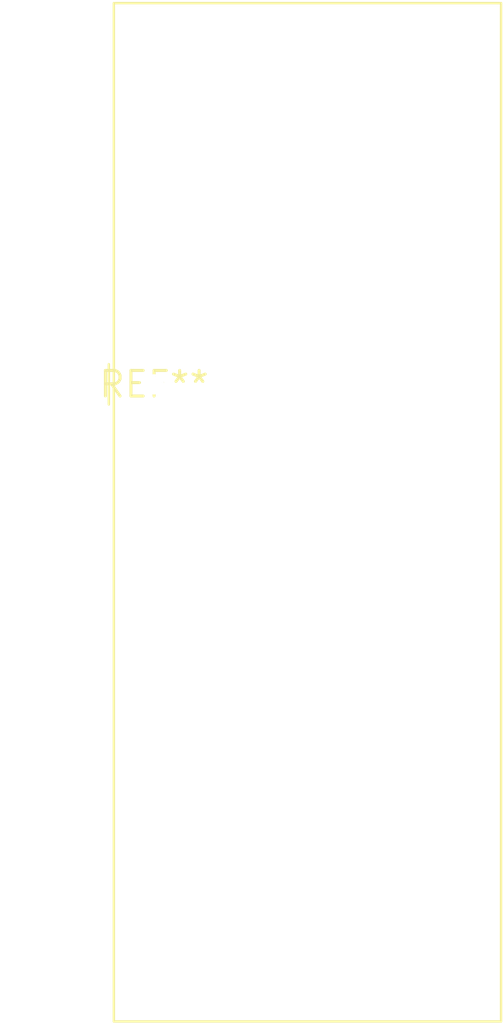
<source format=kicad_pcb>
(kicad_pcb (version 20240108) (generator pcbnew)
  (layers (0 "F.Cu" signal) (31 "B.Cu" signal) (34 "B.Paste" user) (35 "F.Paste" user) (36 "B.SilkS" user "B.Silkscreen") (37 "F.SilkS" user "F.Silkscreen") (38 "B.Mask" user) (39 "F.Mask" user) (44 "Edge.Cuts" user))
  (net 0 "")
  (footprint "CA56-12CGKWA" (layer "F.Cu") (at 0 0)
    (property "Reference" "REF**")
    (property "Value" "CA56-12CGKWA")
    (fp_line (start -2.25 -1) (end -2.25 1) (layer "F.SilkS") (stroke (width 0.12)))
    (fp_line (start -2 -18.92) (end -2 31.62) (layer "F.SilkS") (stroke (width 0.12)))
    (fp_line (start -2 -18.92) (end 17.24 -18.92) (layer "F.SilkS") (stroke (width 0.12)))
    (fp_line (start -2 31.62) (end 17.24 31.62) (layer "F.SilkS") (stroke (width 0.12)))
    (fp_line (start 17.24 31.62) (end 17.24 -18.92) (layer "F.SilkS") (stroke (width 0.12)))
    (pad "1" thru_hole rect (at 0 0) (size 1.5 1.5) (drill 1) (layers *.Cu *.Mask) (remove_unused_layers))
    (pad "2" thru_hole circle (at 0 2.54) (size 1.5 1.5) (drill 1) (layers *.Cu *.Mask) (remove_unused_layers))
    (pad "3" thru_hole circle (at 0 5.08) (size 1.5 1.5) (drill 1) (layers *.Cu *.Mask) (remove_unused_layers))
    (pad "4" thru_hole circle (at 0 7.62) (size 1.5 1.5) (drill 1) (layers *.Cu *.Mask) (remove_unused_layers))
    (pad "5" thru_hole circle (at 0 10.16) (size 1.5 1.5) (drill 1) (layers *.Cu *.Mask) (remove_unused_layers))
    (pad "6" thru_hole circle (at 0 12.7) (size 1.5 1.5) (drill 1) (layers *.Cu *.Mask) (remove_unused_layers))
    (pad "7" thru_hole circle (at 15.24 12.7) (size 1.5 1.5) (drill 1) (layers *.Cu *.Mask) (remove_unused_layers))
    (pad "8" thru_hole circle (at 15.24 10.16) (size 1.5 1.5) (drill 1) (layers *.Cu *.Mask) (remove_unused_layers))
    (pad "9" thru_hole circle (at 15.24 7.62) (size 1.5 1.5) (drill 1) (layers *.Cu *.Mask) (remove_unused_layers))
    (pad "10" thru_hole circle (at 15.24 5.08) (size 1.5 1.5) (drill 1) (layers *.Cu *.Mask) (remove_unused_layers))
    (pad "11" thru_hole circle (at 15.24 2.54) (size 1.5 1.5) (drill 1) (layers *.Cu *.Mask) (remove_unused_layers))
    (pad "12" thru_hole circle (at 15.24 0) (size 1.5 1.5) (drill 1) (layers *.Cu *.Mask) (remove_unused_layers))
  )
)
</source>
